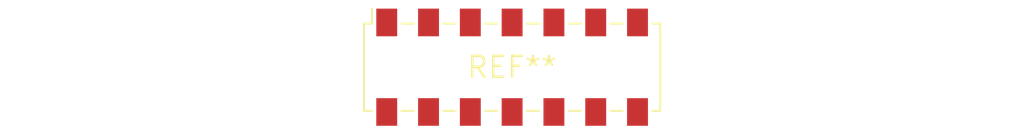
<source format=kicad_pcb>
(kicad_pcb (version 20240108) (generator pcbnew)
  (layers (0 "F.Cu" signal) (31 "B.Cu" signal) (34 "B.Paste" user) (35 "F.Paste" user) (36 "B.SilkS" user "B.Silkscreen") (37 "F.SilkS" user "F.Silkscreen") (38 "B.Mask" user) (39 "F.Mask" user) (44 "Edge.Cuts" user))
  (net 0 "")
  (footprint "Samtec_HLE-107-02-xxx-DV-BE-A_2x07_P2.54mm_Horizontal" (layer "F.Cu") (at 0 0)
    (property "Reference" "REF**")
    (property "Value" "Samtec_HLE-107-02-xxx-DV-BE-A_2x07_P2.54mm_Horizontal")
    (fp_line (start -9 -2.65) (end -9 2.65) (layer "F.SilkS") (stroke (width 0.12)))
    (fp_line (start -9 2.65) (end -8.515 2.65) (layer "F.SilkS") (stroke (width 0.12)))
    (fp_line (start -8.515 -3.56) (end -8.515 -2.65) (layer "F.SilkS") (stroke (width 0.12)))
    (fp_line (start -8.515 -2.65) (end -9 -2.65) (layer "F.SilkS") (stroke (width 0.12)))
    (fp_line (start -6.725 -2.65) (end -5.975 -2.65) (layer "F.SilkS") (stroke (width 0.12)))
    (fp_line (start -6.725 2.65) (end -5.975 2.65) (layer "F.SilkS") (stroke (width 0.12)))
    (fp_line (start -4.185 -2.65) (end -3.435 -2.65) (layer "F.SilkS") (stroke (width 0.12)))
    (fp_line (start -4.185 2.65) (end -3.435 2.65) (layer "F.SilkS") (stroke (width 0.12)))
    (fp_line (start -1.645 -2.65) (end -0.895 -2.65) (layer "F.SilkS") (stroke (width 0.12)))
    (fp_line (start -1.645 2.65) (end -0.895 2.65) (layer "F.SilkS") (stroke (width 0.12)))
    (fp_line (start 0.895 -2.65) (end 1.645 -2.65) (layer "F.SilkS") (stroke (width 0.12)))
    (fp_line (start 0.895 2.65) (end 1.645 2.65) (layer "F.SilkS") (stroke (width 0.12)))
    (fp_line (start 3.435 -2.65) (end 4.185 -2.65) (layer "F.SilkS") (stroke (width 0.12)))
    (fp_line (start 3.435 2.65) (end 4.185 2.65) (layer "F.SilkS") (stroke (width 0.12)))
    (fp_line (start 5.975 -2.65) (end 6.725 -2.65) (layer "F.SilkS") (stroke (width 0.12)))
    (fp_line (start 5.975 2.65) (end 6.725 2.65) (layer "F.SilkS") (stroke (width 0.12)))
    (fp_line (start 8.515 -2.65) (end 9 -2.65) (layer "F.SilkS") (stroke (width 0.12)))
    (fp_line (start 9 -2.65) (end 9 2.65) (layer "F.SilkS") (stroke (width 0.12)))
    (fp_line (start 9 2.65) (end 8.515 2.65) (layer "F.SilkS") (stroke (width 0.12)))
    (pad "" np_thru_hole circle (at -7.62 -1.27) (size 0.97 0.97) (drill 0.97) (layers *.Cu *.Mask))
    (pad "" np_thru_hole circle (at -7.62 1.27) (size 0.97 0.97) (drill 0.97) (layers *.Cu *.Mask))
    (pad "" np_thru_hole circle (at -6.35 0) (size 1.78 1.78) (drill 1.78) (layers *.Cu *.Mask))
    (pad "" np_thru_hole circle (at -5.08 -1.27) (size 0.97 0.97) (drill 0.97) (layers *.Cu *.Mask))
    (pad "" np_thru_hole circle (at -5.08 1.27) (size 0.97 0.97) (drill 0.97) (layers *.Cu *.Mask))
    (pad "" np_thru_hole circle (at -2.54 -1.27) (size 0.97 0.97) (drill 0.97) (layers *.Cu *.Mask))
    (pad "" np_thru_hole circle (at -2.54 1.27) (size 0.97 0.97) (drill 0.97) (layers *.Cu *.Mask))
    (pad "" np_thru_hole circle (at 0 -1.27) (size 0.97 0.97) (drill 0.97) (layers *.Cu *.Mask))
    (pad "" np_thru_hole circle (at 0 1.27) (size 0.97 0.97) (drill 0.97) (layers *.Cu *.Mask))
    (pad "" np_thru_hole circle (at 2.54 -1.27) (size 0.97 0.97) (drill 0.97) (layers *.Cu *.Mask))
    (pad "" np_thru_hole circle (at 2.54 1.27) (size 0.97 0.97) (drill 0.97) (layers *.Cu *.Mask))
    (pad "" np_thru_hole circle (at 5.08 -1.27) (size 0.97 0.97) (drill 0.97) (layers *.Cu *.Mask))
    (pad "" np_thru_hole circle (at 5.08 1.27) (size 0.97 0.97) (drill 0.97) (layers *.Cu *.Mask))
    (pad "" np_thru_hole circle (at 6.35 0) (size 1.78 1.78) (drill 1.78) (layers *.Cu *.Mask))
    (pad "" np_thru_hole circle (at 7.62 -1.27) (size 0.97 0.97) (drill 0.97) (layers *.Cu *.Mask))
    (pad "" np_thru_hole circle (at 7.62 1.27) (size 0.97 0.97) (drill 0.97) (layers *.Cu *.Mask))
    (pad "1" smd rect (at -7.62 -2.72) (size 1.27 1.68) (layers "F.Cu" "F.Paste" "F.Mask"))
    (pad "2" smd rect (at -7.62 2.72) (size 1.27 1.68) (layers "F.Cu" "F.Paste" "F.Mask"))
    (pad "3" smd rect (at -5.08 -2.72) (size 1.27 1.68) (layers "F.Cu" "F.Paste" "F.Mask"))
    (pad "4" smd rect (at -5.08 2.72) (size 1.27 1.68) (layers "F.Cu" "F.Paste" "F.Mask"))
    (pad "5" smd rect (at -2.54 -2.72) (size 1.27 1.68) (layers "F.Cu" "F.Paste" "F.Mask"))
    (pad "6" smd rect (at -2.54 2.72) (size 1.27 1.68) (layers "F.Cu" "F.Paste" "F.Mask"))
    (pad "7" smd rect (at 0 -2.72) (size 1.27 1.68) (layers "F.Cu" "F.Paste" "F.Mask"))
    (pad "8" smd rect (at 0 2.72) (size 1.27 1.68) (layers "F.Cu" "F.Paste" "F.Mask"))
    (pad "9" smd rect (at 2.54 -2.72) (size 1.27 1.68) (layers "F.Cu" "F.Paste" "F.Mask"))
    (pad "10" smd rect (at 2.54 2.72) (size 1.27 1.68) (layers "F.Cu" "F.Paste" "F.Mask"))
    (pad "11" smd rect (at 5.08 -2.72) (size 1.27 1.68) (layers "F.Cu" "F.Paste" "F.Mask"))
    (pad "12" smd rect (at 5.08 2.72) (size 1.27 1.68) (layers "F.Cu" "F.Paste" "F.Mask"))
    (pad "13" smd rect (at 7.62 -2.72) (size 1.27 1.68) (layers "F.Cu" "F.Paste" "F.Mask"))
    (pad "14" smd rect (at 7.62 2.72) (size 1.27 1.68) (layers "F.Cu" "F.Paste" "F.Mask"))
  )
)
</source>
